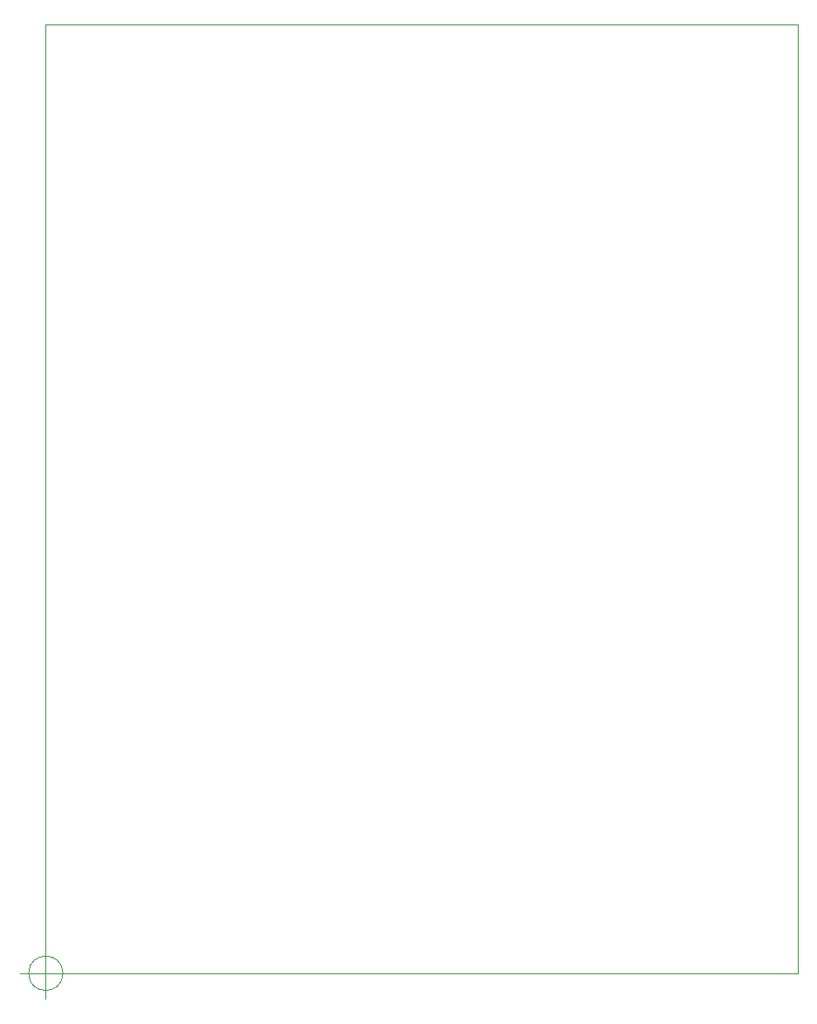
<source format=gbr>
%TF.GenerationSoftware,KiCad,Pcbnew,(6.0.4)*%
%TF.CreationDate,2023-07-21T11:21:04+07:00*%
%TF.ProjectId,05-Prototype-UpdatedComponents,30352d50-726f-4746-9f74-7970652d5570,rev?*%
%TF.SameCoordinates,PX66ff300PY8b3c880*%
%TF.FileFunction,Profile,NP*%
%FSLAX46Y46*%
G04 Gerber Fmt 4.6, Leading zero omitted, Abs format (unit mm)*
G04 Created by KiCad (PCBNEW (6.0.4)) date 2023-07-21 11:21:04*
%MOMM*%
%LPD*%
G01*
G04 APERTURE LIST*
%TA.AperFunction,Profile*%
%ADD10C,0.100000*%
%TD*%
G04 APERTURE END LIST*
D10*
X0Y92000000D02*
X73000000Y92000000D01*
X73000000Y92000000D02*
X73000000Y0D01*
X73000000Y0D02*
X0Y0D01*
X0Y0D02*
X0Y92000000D01*
X1666666Y0D02*
G75*
G03*
X1666666Y0I-1666666J0D01*
G01*
X-2500000Y0D02*
X2500000Y0D01*
X0Y2500000D02*
X0Y-2500000D01*
M02*

</source>
